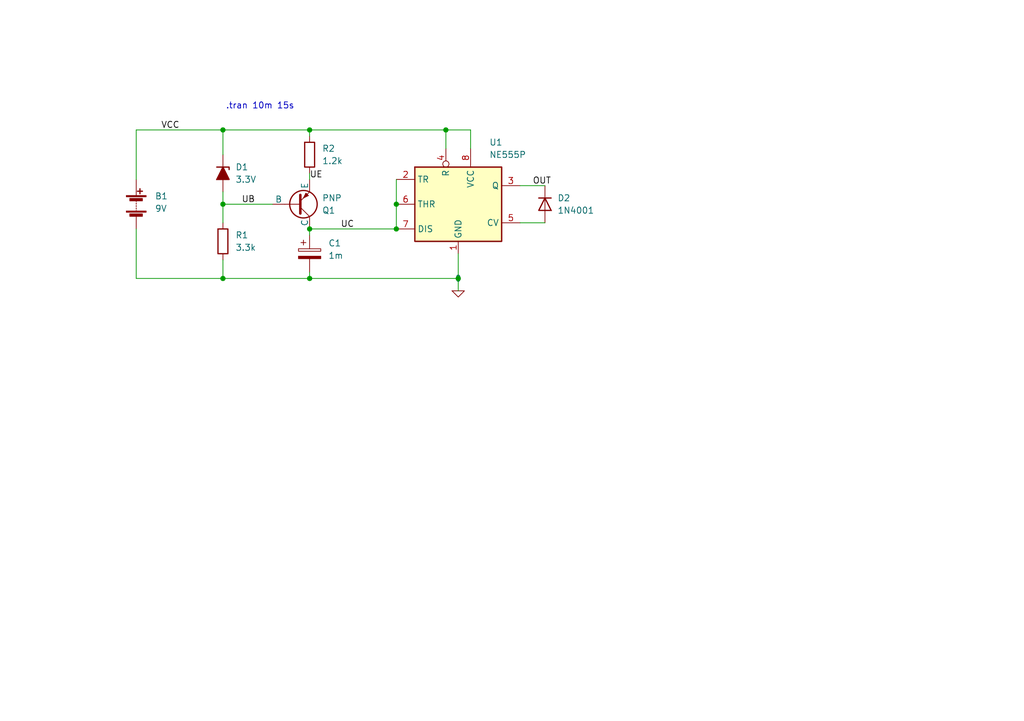
<source format=kicad_sch>
(kicad_sch (version 20250114) (generator "eeschema") (generator_version "9.0")
  (paper "A5")
  (lib_symbols
    (symbol "Device:Battery" (pin_numbers (hide yes)) (pin_names (offset 0) (hide yes))
      (property "Reference" "BT" (at 2.54 2.54 0))
      (property "Value" "Battery" (at 2.54 0 0))
      (symbol "Battery_0_1"
        (rectangle (start -2.032 1.778) (end 2.032 1.524) (fill (type outline)))
        (rectangle (start -2.032 -1.397) (end 2.032 -1.651) (fill (type outline)))
        (rectangle (start -1.3208 1.1938) (end 1.27 0.6858) (fill (type outline)))
        (rectangle (start -1.3208 -1.9812) (end 1.27 -2.4892) (fill (type outline)))
        (polyline (pts (xy 0 1.778) (xy 0 2.54)))
        (polyline (pts (xy 0 0.508) (xy 0 0.762)))
        (polyline (pts (xy 0 0) (xy 0 0.254)))
        (polyline (pts (xy 0 -0.508) (xy 0 -0.254)))
        (polyline (pts (xy 0 -1.016) (xy 0 -0.762)))
        (polyline (pts (xy 0 -1.524) (xy 0 -1.27)))
        (polyline (pts (xy 0.254 2.667) (xy 1.27 2.667)) (stroke (width 0.254)))
        (polyline (pts (xy 0.762 3.175) (xy 0.762 2.159)) (stroke (width 0.254)))
      )
      (symbol "Battery_1_1"
        (pin passive line (at 0 5.08 270) (length 2.54) (name "+") (number "1"))
        (pin passive line (at 0 -5.08 90) (length 2.54) (name "-") (number "2"))
      )
    )
    (symbol "Device:CP" (pin_numbers (hide yes)) (pin_names (offset 0.254))
      (property "Reference" "C" (at 0.635 2.54 0))
      (property "Value" "CP" (at 0.635 -2.54 0))
      (symbol "CP_0_1"
        (rectangle (start -2.286 0.508) (end 2.286 1.016))
        (polyline (pts (xy -1.778 2.286) (xy -0.762 2.286)))
        (polyline (pts (xy -1.27 2.794) (xy -1.27 1.778)))
        (rectangle (start 2.286 -0.508) (end -2.286 -1.016) (fill (type outline)))
      )
      (symbol "CP_1_1"
        (pin passive line (at 0 3.81 270) (length 2.794) (name "~") (number "1"))
        (pin passive line (at 0 -3.81 90) (length 2.794) (name "~") (number "2"))
      )
    )
    (symbol "Device:D_Zener_ALT" (pin_numbers (hide yes)) (pin_names (offset 1.016) (hide yes))
      (property "Reference" "D" (at 0 2.54 0))
      (property "Value" "D_Zener_ALT" (at 0 -2.54 0))
      (symbol "D_Zener_ALT_0_1"
        (polyline (pts (xy -1.27 -1.27) (xy -1.27 1.27) (xy -0.762 1.27)) (stroke (width 0.254)))
        (polyline (pts (xy 1.27 0) (xy -1.27 0)))
        (polyline (pts (xy 1.27 -1.27) (xy 1.27 1.27) (xy -1.27 0) (xy 1.27 -1.27)) (stroke (width 0.254)) (fill (type outline)))
      )
      (symbol "D_Zener_ALT_1_1"
        (pin passive line (at -3.81 0 0) (length 2.54) (name "K") (number "1"))
        (pin passive line (at 3.81 0 180) (length 2.54) (name "A") (number "2"))
      )
    )
    (symbol "Device:R" (pin_numbers (hide yes)) (pin_names (offset 0))
      (property "Reference" "R" (at 2.032 0 90))
      (property "Value" "R" (at 0 0 90))
      (symbol "R_0_1"
        (rectangle (start -1.016 -2.54) (end 1.016 2.54) (stroke (width 0.254)))
      )
      (symbol "R_1_1"
        (pin passive line (at 0 3.81 270) (length 1.27) (name "~") (number "1"))
        (pin passive line (at 0 -3.81 90) (length 1.27) (name "~") (number "2"))
      )
    )
    (symbol "Diode:1N4001" (pin_numbers (hide yes)) (pin_names (offset 1.016) (hide yes))
      (property "Reference" "D" (at 0 2.54 0))
      (property "Value" "1N4001" (at 0 -2.54 0))
      (symbol "1N4001_0_1"
        (polyline (pts (xy -1.27 1.27) (xy -1.27 -1.27)) (stroke (width 0.254)))
        (polyline (pts (xy 1.27 1.27) (xy 1.27 -1.27) (xy -1.27 0) (xy 1.27 1.27)) (stroke (width 0.254)))
        (polyline (pts (xy 1.27 0) (xy -1.27 0)))
      )
      (symbol "1N4001_1_1"
        (pin passive line (at -3.81 0 0) (length 2.54) (name "K") (number "1"))
        (pin passive line (at 3.81 0 180) (length 2.54) (name "A") (number "2"))
      )
    )
    (symbol "Simulation_SPICE:PNP" (pin_numbers (hide yes)) (pin_names (offset 0))
      (property "Reference" "Q" (at -2.54 7.62 0))
      (property "Value" "PNP" (at -2.54 5.08 0))
      (symbol "PNP_0_1"
        (polyline (pts (xy -2.54 0) (xy 0.635 0)) (stroke (width 0.1524)))
        (polyline (pts (xy 0.635 1.905) (xy 0.635 -1.905) (xy 0.635 -1.905)) (stroke (width 0.508)))
        (polyline (pts (xy 0.635 0.635) (xy 2.54 2.54)))
        (polyline (pts (xy 0.635 -0.635) (xy 2.54 -2.54) (xy 2.54 -2.54)))
        (circle (center 1.27 0) (radius 2.8194) (stroke (width 0.254)))
        (polyline (pts (xy 2.286 -1.778) (xy 1.778 -2.286) (xy 1.27 -1.27) (xy 2.286 -1.778) (xy 2.286 -1.778)) (fill (type outline)))
      )
      (symbol "PNP_1_1"
        (pin input line (at -5.08 0 0) (length 2.54) (name "B") (number "2"))
        (pin open_collector line (at 2.54 5.08 270) (length 2.54) (name "C") (number "1"))
        (pin open_emitter line (at 2.54 -5.08 90) (length 2.54) (name "E") (number "3"))
      )
    )
    (symbol "Timer:NE555P"
      (property "Reference" "U?" (at 6.35 12.7 0))
      (property "Value" "NE555P" (at 6.35 10.16 0))
      (symbol "NE555P_0_0"
        (pin power_in line (at 0 -10.16 90) (length 2.54) (name "GND") (number "1"))
        (pin power_in line (at 2.54 11.43 270) (length 3.81) (name "VCC") (number "8"))
      )
      (symbol "NE555P_0_1"
        (rectangle (start -8.89 -7.62) (end 8.89 7.62) (stroke (width 0.254)) (fill (type background)))
        (rectangle (start -8.89 -7.62) (end 8.89 7.62) (stroke (width 0.254)) (fill (type background)))
      )
      (symbol "NE555P_1_1"
        (pin input line (at -12.7 5.08 0) (length 3.81) (name "TR") (number "2"))
        (pin input line (at -12.7 0 0) (length 3.81) (name "THR") (number "6"))
        (pin input line (at -12.7 -5.08 0) (length 3.81) (name "DIS") (number "7"))
        (pin input inverted (at -2.54 11.43 270) (length 3.81) (name "R") (number "4"))
        (pin output line (at 12.7 3.81 180) (length 3.81) (name "Q") (number "3"))
        (pin input line (at 12.7 -3.81 180) (length 3.81) (name "CV") (number "5"))
      )
    )
    (symbol "pspice:0" (power) (pin_names (offset 0))
      (property "Value" "0" (at 0 -1.778 0))
      (symbol "0_0_1"
        (polyline (pts (xy -1.27 0) (xy 0 -1.27) (xy 1.27 0) (xy -1.27 0)))
      )
      (symbol "0_1_1"
        (pin power_in line (at 0 0 0) (length 0) (hide yes) (name "0") (number "1"))
      )
    )
  )
  (text ".tran 10m 15s" (at 53.34 21.844 0) (effects (font (size 1.27 1.27))))
  (junction (at 63.5 26.67))
  (junction (at 45.72 26.67))
  (junction (at 63.5 57.15))
  (junction (at 45.72 57.15))
  (junction (at 81.28 41.91))
  (junction (at 63.5 46.99))
  (junction (at 45.72 41.91))
  (junction (at 93.98 57.15))
  (junction (at 91.44 26.67))
  (junction (at 81.28 46.99))
  (wire (pts (xy 63.5 26.67) (xy 63.5 27.94)))
  (wire (pts (xy 93.98 57.15) (xy 93.98 59.69)))
  (wire (pts (xy 27.94 57.15) (xy 45.72 57.15)))
  (wire (pts (xy 106.68 45.72) (xy 111.76 45.72)))
  (wire (pts (xy 63.5 35.56) (xy 63.5 36.83)))
  (wire (pts (xy 63.5 26.67) (xy 91.44 26.67)))
  (wire (pts (xy 63.5 57.15) (xy 93.98 57.15)))
  (wire (pts (xy 96.52 26.67) (xy 96.52 30.48)))
  (wire (pts (xy 91.44 26.67) (xy 91.44 30.48)))
  (wire (pts (xy 45.72 26.67) (xy 45.72 31.75)))
  (wire (pts (xy 91.44 26.67) (xy 96.52 26.67)))
  (wire (pts (xy 45.72 26.67) (xy 63.5 26.67)))
  (wire (pts (xy 63.5 46.99) (xy 63.5 48.26)))
  (wire (pts (xy 27.94 36.83) (xy 27.94 26.67)))
  (wire (pts (xy 93.98 52.07) (xy 93.98 57.15)))
  (wire (pts (xy 63.5 55.88) (xy 63.5 57.15)))
  (wire (pts (xy 63.5 46.99) (xy 81.28 46.99)))
  (wire (pts (xy 45.72 53.34) (xy 45.72 57.15)))
  (wire (pts (xy 81.28 36.83) (xy 81.28 41.91)))
  (wire (pts (xy 81.28 41.91) (xy 81.28 46.99)))
  (wire (pts (xy 45.72 41.91) (xy 55.88 41.91)))
  (wire (pts (xy 45.72 57.15) (xy 63.5 57.15)))
  (wire (pts (xy 106.68 38.1) (xy 111.76 38.1)))
  (wire (pts (xy 27.94 26.67) (xy 45.72 26.67)))
  (wire (pts (xy 45.72 41.91) (xy 45.72 45.72)))
  (wire (pts (xy 27.94 46.99) (xy 27.94 57.15)))
  (wire (pts (xy 45.72 39.37) (xy 45.72 41.91)))
  (label "VCC" (at 33.02 26.67 0))
  (label "OUT" (at 109.22 38.1 0))
  (label "UB" (at 49.53 41.91 0))
  (label "UE" (at 63.5 36.83 0))
  (label "UC" (at 69.85 46.99 0))
  (symbol (lib_id "Device:CP") (at 63.5 52.07 0) (unit 1)
    (property "Reference" "C1" (at 67.31 49.9109 0) (effects (justify left)))
    (property "Value" "1m" (at 67.31 52.4509 0) (effects (justify left)))
    (property "Sim.Device" "C" (effects (hide yes)))
    (property "Sim.Pins" "1=+ 2=-" (effects (hide yes)))
  )
  (symbol (lib_id "Diode:1N4001") (at 111.76 41.91 270) (unit 1)
    (property "Reference" "D2" (at 114.3 40.6399 90) (effects (justify left)))
    (property "Value" "1N4001" (at 114.3 43.1799 90) (effects (justify left)))
    (property "Footprint" "Diode_THT:D_DO-41_SOD81_P10.16mm_Horizontal" (effects (hide yes)))
    (property "Datasheet" "http://www.vishay.com/docs/88503/1n4001.pdf" (effects (hide yes)))
    (property "Sim.Device" "D" (effects (hide yes)))
    (property "Sim.Pins" "1=K 2=A" (effects (hide yes)))
  )
  (symbol (lib_id "Device:D_Zener_ALT") (at 45.72 35.56 270) (unit 1)
    (property "Reference" "D1" (at 48.26 34.2899 90) (effects (justify left)))
    (property "Value" "3.3V" (at 48.26 36.8299 90) (effects (justify left)))
    (property "Sim.Device" "D" (effects (hide yes)))
    (property "Sim.Pins" "1=K 2=A" (effects (hide yes)))
    (property "Sim.Library" "/home/david/.local/share/kicad/SpiceLibrary/Models/Diode/zz.lib" (effects (hide yes)))
    (property "Sim.Name" "D_Zener" (effects (hide yes)))
  )
  (symbol (lib_id "Device:R") (at 63.5 31.75 0) (unit 1)
    (property "Reference" "R2" (at 66.04 30.4799 0) (effects (justify left)))
    (property "Value" "1.2k" (at 66.04 33.0199 0) (effects (justify left)))
    (property "Sim.Device" "R" (effects (hide yes)))
    (property "Sim.Pins" "1=+ 2=-" (effects (hide yes)))
  )
  (symbol (lib_id "Device:Battery") (at 27.94 41.91 0) (unit 1)
    (property "Reference" "B1" (at 31.75 40.2589 0) (effects (justify left)))
    (property "Value" "9V" (at 31.75 42.7989 0) (effects (justify left)))
    (property "Sim.Device" "V" (effects (hide yes)))
    (property "Sim.Params" "dc=9" (effects (hide yes)))
    (property "Sim.Pins" "1=+ 2=-" (effects (hide yes)))
    (property "Sim.Type" "DC" (effects (hide yes)))
  )
  (symbol (lib_id "Timer:NE555P") (at 93.98 41.91 0) (unit 1)
    (property "Reference" "U1" (at 100.33 29.21 0) (effects (justify left)))
    (property "Value" "NE555P" (at 100.33 31.75 0) (effects (justify left)))
    (property "Footprint" "Package_DIP:DIP-8_W7.62mm" (effects (hide yes)))
    (property "Datasheet" "http://www.ti.com/lit/ds/symlink/ne555.pdf" (effects (hide yes)))
    (property "Sim.Device" "SUBCKT" (effects (hide yes)))
    (property "Sim.Pins" "1=1 2=2 3=3 4=4 5=5 6=6 7=7 8=8" (effects (hide yes)))
    (property "Sim.Library" "/home/david/.local/share/kicad/SpiceLibrary/Models/uncategorized/NE555.lib" (effects (hide yes)))
    (property "Sim.Name" "NE555" (effects (hide yes)))
  )
  (symbol (lib_id "Device:R") (at 45.72 49.53 0) (unit 1)
    (property "Reference" "R1" (at 48.26 48.2599 0) (effects (justify left)))
    (property "Value" "3.3k" (at 48.26 50.7999 0) (effects (justify left)))
    (property "Sim.Device" "R" (effects (hide yes)))
    (property "Sim.Params" "r=3.3k" (effects (hide yes)))
    (property "Sim.Pins" "1=+ 2=-" (effects (hide yes)))
  )
  (symbol (lib_id "Simulation_SPICE:PNP") (at 60.96 41.91 0) (mirror x) (unit 1)
    (property "Reference" "Q1" (at 66.04 43.1801 0) (effects (justify left)))
    (property "Value" "PNP" (at 66.04 40.6401 0) (effects (justify left)))
    (property "Datasheet" "https://ngspice.sourceforge.io/docs/ngspice-html-manual/manual.xhtml#cha_BJTs" (effects (hide yes)))
    (property "Description" "Bipolar transistor symbol for simulation only, substrate tied to the emitter" (effects (hide yes)))
    (property "Sim.Device" "PNP" (effects (hide yes)))
    (property "Sim.Type" "GUMMELPOON" (effects (hide yes)))
    (property "Sim.Pins" "1=C 2=B 3=E" (effects (hide yes)))
  )
  (symbol (lib_id "pspice:0") (at 93.98 59.69 0) (unit 1)
    (property "Reference" "#GND01" (effects (hide yes)))
    (property "Value" "0" (at 93.98 57.15 0))
  )
)
</source>
